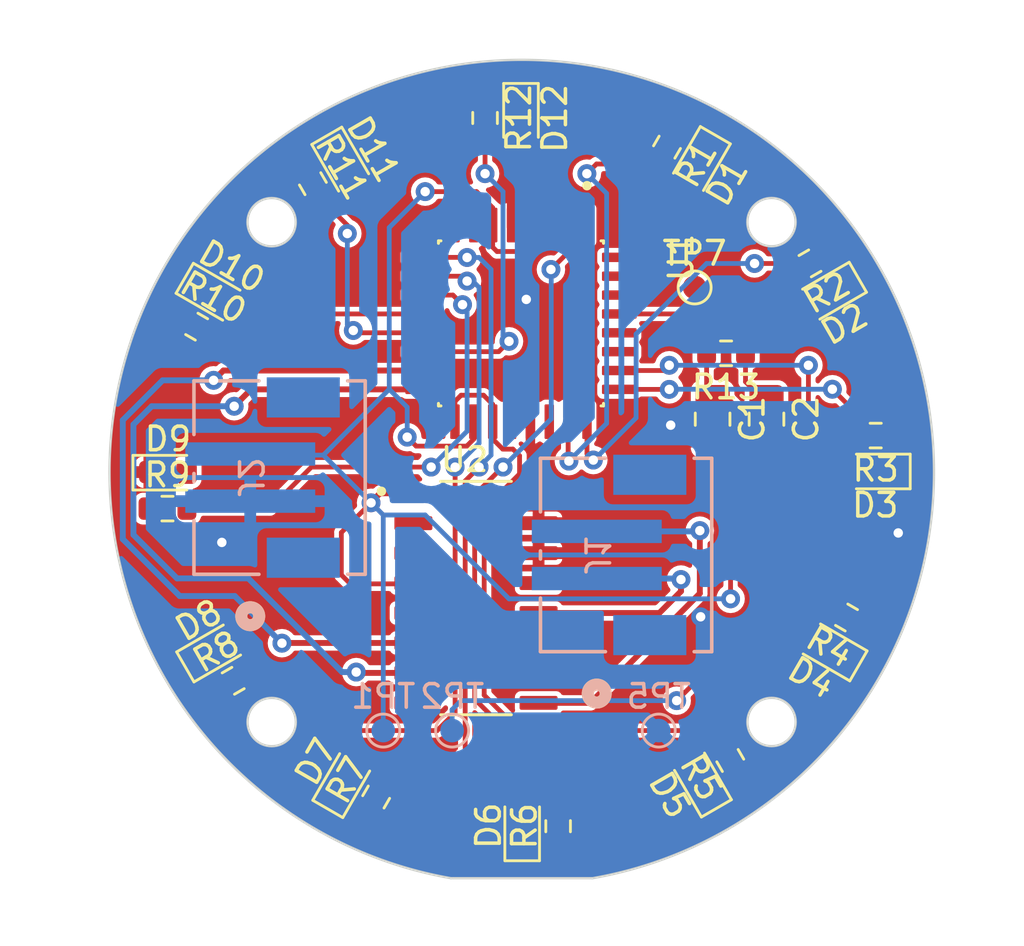
<source format=kicad_pcb>
(kicad_pcb (version 20221018) (generator pcbnew)
  (layers (0 "F.Cu" signal) (31 "B.Cu" signal) (34 "B.Paste" user) (35 "F.Paste" user) (36 "B.SilkS" user "B.Silkscreen") (37 "F.SilkS" user "F.Silkscreen") (38 "B.Mask" user) (39 "F.Mask" user) (44 "Edge.Cuts" user))
  (net 0 "")
  (net 1 "VCC")
  (net 2 "GND")
  (net 3 "/RST")
  (net 4 "/D-")
  (net 5 "Net-(D1-A)")
  (net 6 "Net-(D2-A)")
  (net 7 "Net-(D3-A)")
  (net 8 "Net-(D4-A)")
  (net 9 "Net-(D5-A)")
  (net 10 "Net-(D6-A)")
  (net 11 "Net-(D7-A)")
  (net 12 "Net-(D8-A)")
  (net 13 "Net-(D9-A)")
  (net 14 "Net-(D10-A)")
  (net 15 "Net-(D11-A)")
  (net 16 "Net-(D12-A)")
  (net 17 "/A0")
  (net 18 "/A1")
  (net 19 "/A2")
  (net 20 "/A3")
  (net 21 "/D13")
  (net 22 "/D4")
  (net 23 "/D5")
  (net 24 "/D6")
  (net 25 "/D7")
  (net 26 "/D8")
  (net 27 "/D9")
  (net 28 "/D10")
  (net 29 "/SDA")
  (net 30 "/SCL")
  (net 31 "/D2")
  (net 32 "/D3")
  (net 35 "/D11")
  (net 36 "/D12")
  (net 38 "/A7")
  (net 39 "/TXD")
  (net 40 "/RXD")
  (net 41 "Net-(U2A-OUTA2)")
  (net 42 "Net-(U2A-OUTB2)")
  (footprint "Resistor_SMD:R_0603_1608Metric" (layer "F.Cu") (at 142.4388 90.712 90)
    (fp_text reference "R6" (at 0 -1.43 90) (layer "F.SilkS"))
    (fp_text value "R")
    (pad "1" smd roundrect (at -0.825 0 90) (size 0.8 0.95) (layers "F.Cu" "F.Paste" "F.Mask") (net 10 "Net-(D6-A)"))
    (pad "2" smd roundrect (at 0.825 0 90) (size 0.8 0.95) (layers "F.Cu" "F.Paste" "F.Mask") (net 22 "/D4"))
  )
  (footprint "LED_SMD:LED_0603_1608Metric" (layer "F.Cu") (at 148.411397 88.669681 120)
    (fp_text reference "D5" (at 0 -1.43 120) (layer "F.SilkS"))
    (fp_text value "LED")
    (pad "1" smd roundrect (at -0.7875 -0.0254 120) (size 0.875 0.95) (layers "F.Cu" "F.Paste" "F.Mask") (net 2 "GND"))
    (pad "2" smd roundrect (at 0.7875 0 120) (size 0.875 0.95) (layers "F.Cu" "F.Paste" "F.Mask") (net 9 "Net-(D5-A)"))
  )
  (footprint "LED_SMD:LED_0603_1608Metric" (layer "F.Cu") (at 148.367403 62.688919 -120)
    (fp_text reference "D1" (at 0 -1.43 60) (layer "F.SilkS"))
    (fp_text value "LED")
    (pad "1" smd roundrect (at -0.7875 -0.0254 240) (size 0.875 0.95) (layers "F.Cu" "F.Paste" "F.Mask") (net 2 "GND"))
    (pad "2" smd roundrect (at 0.7875 0 240) (size 0.875 0.95) (layers "F.Cu" "F.Paste" "F.Mask") (net 5 "Net-(D1-A)"))
  )
  (footprint "Resistor_SMD:R_0603_1608Metric" (layer "F.Cu") (at 149.741219 87.925002 120)
    (fp_text reference "R5" (at 0 -1.43 120) (layer "F.SilkS"))
    (fp_text value "R")
    (pad "1" smd roundrect (at -0.825 0 120) (size 0.8 0.95) (layers "F.Cu" "F.Paste" "F.Mask") (net 9 "Net-(D5-A)"))
    (pad "2" smd roundrect (at 0.825 0 120) (size 0.8 0.95) (layers "F.Cu" "F.Paste" "F.Mask") (net 21 "/D13"))
  )
  (footprint "Resistor_SMD:R_0603_1608Metric" (layer "F.Cu") (at 147.057581 61.909598 -120)
    (fp_text reference "R1" (at 0 -1.43 60) (layer "F.SilkS"))
    (fp_text value "R")
    (pad "1" smd roundrect (at -0.825 0 240) (size 0.8 0.95) (layers "F.Cu" "F.Paste" "F.Mask") (net 5 "Net-(D1-A)"))
    (pad "2" smd roundrect (at 0.825 0 240) (size 0.8 0.95) (layers "F.Cu" "F.Paste" "F.Mask") (net 17 "/A0"))
  )
  (footprint "Resistor_SMD:R_0603_1608Metric" (layer "F.Cu") (at 149.563 70.654 180)
    (fp_text reference "R13" (at 0 -1.43) (layer "F.SilkS"))
    (fp_text value "10K")
    (pad "1" smd roundrect (at -0.825 0 180) (size 0.8 0.95) (layers "F.Cu" "F.Paste" "F.Mask") (net 3 "/RST"))
    (pad "2" smd roundrect (at 0.825 0 180) (size 0.8 0.95) (layers "F.Cu" "F.Paste" "F.Mask") (net 1 "VCC"))
  )
  (footprint "Resistor_SMD:R_0603_1608Metric" (layer "F.Cu") (at 155.9094 74.1426 180)
    (fp_text reference "R3" (at 0 -1.43) (layer "F.SilkS"))
    (fp_text value "R")
    (pad "1" smd roundrect (at -0.825 0 180) (size 0.8 0.95) (layers "F.Cu" "F.Paste" "F.Mask") (net 7 "Net-(D3-A)"))
    (pad "2" smd roundrect (at 0.825 0 180) (size 0.8 0.95) (layers "F.Cu" "F.Paste" "F.Mask") (net 19 "/A2"))
  )
  (footprint "Capacitor_SMD:C_0805_2012Metric" (layer "F.Cu") (at 151.278 73.448 -90)
    (fp_text reference "C2" (at 0 -1.68 90) (layer "F.SilkS"))
    (fp_text value "0.1uF")
    (pad "1" smd roundrect (at -0.95 0 270) (size 1 1.45) (layers "F.Cu" "F.Paste" "F.Mask") (net 3 "/RST"))
    (pad "2" smd roundrect (at 0.95 0 270) (size 1 1.45) (layers "F.Cu" "F.Paste" "F.Mask") (net 4 "/D-"))
  )
  (footprint "Resistor_SMD:R_0603_1608Metric" (layer "F.Cu") (at 132.037581 63.458998 -60)
    (fp_text reference "R11" (at 0 -1.43 120) (layer "F.SilkS"))
    (fp_text value "R")
    (pad "1" smd roundrect (at -0.825 0 300) (size 0.8 0.95) (layers "F.Cu" "F.Paste" "F.Mask") (net 15 "Net-(D11-A)"))
    (pad "2" smd roundrect (at 0.825 0 300) (size 0.8 0.95) (layers "F.Cu" "F.Paste" "F.Mask") (net 27 "/D9"))
  )
  (footprint "Resistor_SMD:R_0603_1608Metric" (layer "F.Cu") (at 134.721219 89.474402 60)
    (fp_text reference "R7" (at 0 -1.43 60) (layer "F.SilkS"))
    (fp_text value "R")
    (pad "1" smd roundrect (at -0.825 0 60) (size 0.8 0.95) (layers "F.Cu" "F.Paste" "F.Mask") (net 11 "Net-(D7-A)"))
    (pad "2" smd roundrect (at 0.825 0 60) (size 0.8 0.95) (layers "F.Cu" "F.Paste" "F.Mask") (net 23 "/D5"))
  )
  (footprint "Resistor_SMD:R_0603_1608Metric" (layer "F.Cu") (at 153.122402 66.840181 -150)
    (fp_text reference "R2" (at 0 -1.43 30) (layer "F.SilkS"))
    (fp_text value "R")
    (pad "1" smd roundrect (at -0.825 0 210) (size 0.8 0.95) (layers "F.Cu" "F.Paste" "F.Mask") (net 6 "Net-(D2-A)"))
    (pad "2" smd roundrect (at 0.825 0 210) (size 0.8 0.95) (layers "F.Cu" "F.Paste" "F.Mask") (net 18 "/A1"))
  )
  (footprint "TestPoint:TestPoint_Pad_D1.0mm" (layer "F.Cu") (at 148.23 67.86)
    (fp_text reference "TP7" (at 0 -1.448) (layer "F.SilkS"))
    (fp_text value "TestPoint")
    (pad "1" smd circle (at 0 0) (size 1 1) (layers "F.Cu" "F.Mask") (net 3 "/RST"))
  )
  (footprint "esp_lib:MX1508" (layer "F.Cu") (at 138.955 81.035)
    (fp_text reference "U2" (at -0.485 -5.872) (layer "F.SilkS"))
    (fp_text value "MX1508")
    (pad "1" smd roundrect (at -2.655 -4.445) (size 1.61 0.59) (layers "F.Cu" "F.Paste" "F.Mask") (roundrect_rratio 0.125) (net 1 "VCC"))
    (pad "2" smd roundrect (at -2.655 -3.175) (size 1.61 0.59) (layers "F.Cu" "F.Paste" "F.Mask") (roundrect_rratio 0.125))
    (pad "3" smd roundrect (at -2.655 -1.905) (size 1.61 0.59) (layers "F.Cu" "F.Paste" "F.Mask") (roundrect_rratio 0.125))
    (pad "4" smd roundrect (at -2.655 -0.635) (size 1.61 0.59) (layers "F.Cu" "F.Paste" "F.Mask") (roundrect_rratio 0.125) (net 1 "VCC"))
    (pad "5" smd roundrect (at -2.655 0.635) (size 1.61 0.59) (layers "F.Cu" "F.Paste" "F.Mask") (roundrect_rratio 0.125) (net 1 "VCC"))
    (pad "6" smd roundrect (at -2.655 1.905) (size 1.61 0.59) (layers "F.Cu" "F.Paste" "F.Mask") (roundrect_rratio 0.125) (net 35 "/D11"))
    (pad "7" smd roundrect (at -2.655 3.175) (size 1.61 0.59) (layers "F.Cu" "F.Paste" "F.Mask") (roundrect_rratio 0.125) (net 36 "/D12"))
    (pad "8" smd roundrect (at -2.655 4.445) (size 1.61 0.59) (layers "F.Cu" "F.Paste" "F.Mask") (roundrect_rratio 0.125) (net 1 "VCC"))
    (pad "9" smd roundrect (at 2.655 4.445) (size 1.61 0.59) (layers "F.Cu" "F.Paste" "F.Mask") (roundrect_rratio 0.125) (net 42 "Net-(U2A-OUTB2)"))
    (pad "10" smd roundrect (at 2.655 3.175) (size 1.61 0.59) (layers "F.Cu" "F.Paste" "F.Mask") (roundrect_rratio 0.125) (net 2 "GND"))
    (pad "11" smd roundrect (at 2.655 1.905) (size 1.61 0.59) (layers "F.Cu" "F.Paste" "F.Mask") (roundrect_rratio 0.125) (net 2 "GND"))
    (pad "12" smd roundrect (at 2.655 0.635) (size 1.61 0.59) (layers "F.Cu" "F.Paste" "F.Mask") (roundrect_rratio 0.125) (net 41 "Net-(U2A-OUTA2)"))
    (pad "13" smd roundrect (at 2.655 -0.635) (size 1.61 0.59) (layers "F.Cu" "F.Paste" "F.Mask") (roundrect_rratio 0.125))
    (pad "14" smd roundrect (at 2.655 -1.905) (size 1.61 0.59) (layers "F.Cu" "F.Paste" "F.Mask") (roundrect_rratio 0.125) (net 2 "GND"))
    (pad "15" smd roundrect (at 2.655 -3.175) (size 1.61 0.59) (layers "F.Cu" "F.Paste" "F.Mask") (roundrect_rratio 0.125) (net 2 "GND"))
    (pad "16" smd roundrect (at 2.655 -4.445) (size 1.61 0.59) (layers "F.Cu" "F.Paste" "F.Mask") (roundrect_rratio 0.125))
  )
  (footprint "Capacitor_SMD:C_0805_2012Metric" (layer "F.Cu") (at 148.992 73.448 -90)
    (fp_text reference "C1" (at 0 -1.68 90) (layer "F.SilkS"))
    (fp_text value "1uF")
    (pad "1" smd roundrect (at -0.95 0 270) (size 1 1.45) (layers "F.Cu" "F.Paste" "F.Mask") (net 1 "VCC"))
    (pad "2" smd roundrect (at 0.95 0 270) (size 1 1.45) (layers "F.Cu" "F.Paste" "F.Mask") (net 2 "GND"))
  )
  (footprint "Resistor_SMD:R_0603_1608Metric" (layer "F.Cu") (at 139.34 60.672 -90)
    (fp_text reference "R12" (at 0 -1.43 90) (layer "F.SilkS"))
    (fp_text value "R")
    (pad "1" smd roundrect (at -0.825 0 270) (size 0.8 0.95) (layers "F.Cu" "F.Paste" "F.Mask") (net 16 "Net-(D12-A)"))
    (pad "2" smd roundrect (at 0.825 0 270) (size 0.8 0.95) (layers "F.Cu" "F.Paste" "F.Mask") (net 28 "/D10"))
  )
  (footprint "LED_SMD:LED_0603_1608Metric" (layer "F.Cu") (at 127.886319 68.213997 -30)
    (fp_text reference "D10" (at 0 -1.43 150) (layer "F.SilkS"))
    (fp_text value "LED")
    (pad "1" smd roundrect (at -0.7875 -0.0254 330) (size 0.875 0.95) (layers "F.Cu" "F.Paste" "F.Mask") (net 2 "GND"))
    (pad "2" smd roundrect (at 0.7875 0 330) (size 0.875 0.95) (layers "F.Cu" "F.Paste" "F.Mask") (net 14 "Net-(D10-A)"))
  )
  (footprint "LED_SMD:LED_0603_1608Metric" (layer "F.Cu") (at 125.8894 75.7174)
    (fp_text reference "D9" (at 0 -1.43) (layer "F.SilkS"))
    (fp_text value "LED")
    (pad "1" smd roundrect (at -0.7875 -0.0254) (size 0.875 0.95) (layers "F.Cu" "F.Paste" "F.Mask") (net 2 "GND"))
    (pad "2" smd roundrect (at 0.7875 0) (size 0.875 0.95) (layers "F.Cu" "F.Paste" "F.Mask") (net 13 "Net-(D9-A)"))
  )
  (footprint "Resistor_SMD:R_0603_1608Metric" (layer "F.Cu") (at 127.106998 69.523819 -30)
    (fp_text reference "R10" (at 0 -1.43 150) (layer "F.SilkS"))
    (fp_text value "R")
    (pad "1" smd roundrect (at -0.825 0 330) (size 0.8 0.95) (layers "F.Cu" "F.Paste" "F.Mask") (net 14 "Net-(D10-A)"))
    (pad "2" smd roundrect (at 0.825 0 330) (size 0.8 0.95) (layers "F.Cu" "F.Paste" "F.Mask") (net 26 "/D8"))
  )
  (footprint "LED_SMD:LED_0603_1608Metric" (layer "F.Cu") (at 133.411397 88.695081 60)
    (fp_text reference "D7" (at 0 -1.43 60) (layer "F.SilkS"))
    (fp_text value "LED")
    (pad "1" smd roundrect (at -0.7875 -0.0254 60) (size 0.875 0.95) (layers "F.Cu" "F.Paste" "F.Mask") (net 2 "GND"))
    (pad "2" smd roundrect (at 0.7875 0 60) (size 0.875 0.95) (layers "F.Cu" "F.Paste" "F.Mask") (net 11 "Net-(D7-A)"))
  )
  (footprint "LED_SMD:LED_0603_1608Metric" (layer "F.Cu") (at 153.892481 83.170003 150)
    (fp_text reference "D4" (at 0 -1.43 150) (layer "F.SilkS"))
    (fp_text value "LED")
    (pad "1" smd roundrect (at -0.7875 -0.0254 150) (size 0.875 0.95) (layers "F.Cu" "F.Paste" "F.Mask") (net 2 "GND"))
    (pad "2" smd roundrect (at 0.7875 0 150) (size 0.875 0.95) (layers "F.Cu" "F.Paste" "F.Mask") (net 8 "Net-(D4-A)"))
  )
  (footprint "LED_SMD:LED_0603_1608Metric" (layer "F.Cu") (at 140.9148 90.692 90)
    (fp_text reference "D6" (at 0 -1.43 90) (layer "F.SilkS"))
    (fp_text value "LED")
    (pad "1" smd roundrect (at -0.7875 -0.0254 90) (size 0.875 0.95) (layers "F.Cu" "F.Paste" "F.Mask") (net 2 "GND"))
    (pad "2" smd roundrect (at 0.7875 0 90) (size 0.875 0.95) (layers "F.Cu" "F.Paste" "F.Mask") (net 10 "Net-(D6-A)"))
  )
  (footprint "Resistor_SMD:R_0603_1608Metric" (layer "F.Cu") (at 154.671802 81.860181 150)
    (fp_text reference "R4" (at 0 -1.43 150) (layer "F.SilkS"))
    (fp_text value "R")
    (pad "1" smd roundrect (at -0.825 0 150) (size 0.8 0.95) (layers "F.Cu" "F.Paste" "F.Mask") (net 8 "Net-(D4-A)"))
    (pad "2" smd roundrect (at 0.825 0 150) (size 0.8 0.95) (layers "F.Cu" "F.Paste" "F.Mask") (net 20 "/A3"))
  )
  (footprint "LED_SMD:LED_0603_1608Metric" (layer "F.Cu") (at 133.367403 62.714319 -60)
    (fp_text reference "D11" (at 0 -1.43 120) (layer "F.SilkS"))
    (fp_text value "LED")
    (pad "1" smd roundrect (at -0.7875 -0.0254 300) (size 0.875 0.95) (layers "F.Cu" "F.Paste" "F.Mask") (net 2 "GND"))
    (pad "2" smd roundrect (at 0.7875 0 300) (size 0.875 0.95) (layers "F.Cu" "F.Paste" "F.Mask") (net 15 "Net-(D11-A)"))
  )
  (footprint "Resistor_SMD:R_0603_1608Metric" (layer "F.Cu") (at 125.8694 77.2414)
    (fp_text reference "R9" (at 0 -1.43) (layer "F.SilkS"))
    (fp_text value "R")
    (pad "1" smd roundrect (at -0.825 0) (size 0.8 0.95) (layers "F.Cu" "F.Paste" "F.Mask") (net 13 "Net-(D9-A)"))
    (pad "2" smd roundrect (at 0.825 0) (size 0.8 0.95) (layers "F.Cu" "F.Paste" "F.Mask") (net 25 "/D7"))
  )
  (footprint "LED_SMD:LED_0603_1608Metric" (layer "F.Cu") (at 140.864 60.692 -90)
    (fp_text reference "D12" (at 0 -1.43 90) (layer "F.SilkS"))
    (fp_text value "LED")
    (pad "1" smd roundrect (at -0.7875 -0.0254 270) (size 0.875 0.95) (layers "F.Cu" "F.Paste" "F.Mask") (net 2 "GND"))
    (pad "2" smd roundrect (at 0.7875 0 270) (size 0.875 0.95) (layers "F.Cu" "F.Paste" "F.Mask") (net 16 "Net-(D12-A)"))
  )
  (footprint "Resistor_SMD:R_0603_1608Metric" (layer "F.Cu") (at 128.656398 84.543819 30)
    (fp_text reference "R8" (at 0 -1.43 30) (layer "F.SilkS"))
    (fp_text value "R")
    (pad "1" smd roundrect (at -0.825 0 30) (size 0.8 0.95) (layers "F.Cu" "F.Paste" "F.Mask") (net 12 "Net-(D8-A)"))
    (pad "2" smd roundrect (at 0.825 0 30) (size 0.8 0.95) (layers "F.Cu" "F.Paste" "F.Mask") (net 24 "/D6"))
  )
  (footprint "LED_SMD:LED_0603_1608Metric" (layer "F.Cu") (at 155.8894 75.6666 180)
    (fp_text reference "D3" (at 0 -1.43) (layer "F.SilkS"))
    (fp_text value "LED")
    (pad "1" smd roundrect (at -0.7875 -0.0254 180) (size 0.875 0.95) (layers "F.Cu" "F.Paste" "F.Mask") (net 2 "GND"))
    (pad "2" smd roundrect (at 0.7875 0 180) (size 0.875 0.95) (layers "F.Cu" "F.Paste" "F.Mask") (net 7 "Net-(D3-A)"))
  )
  (footprint "LED_SMD:LED_0603_1608Metric" (layer "F.Cu") (at 153.867081 68.170003 -150)
    (fp_text reference "D2" (at 0 -1.43 30) (layer "F.SilkS"))
    (fp_text value "LED")
    (pad "1" smd roundrect (at -0.7875 -0.0254 210) (size 0.875 0.95) (layers "F.Cu" "F.Paste" "F.Mask") (net 2 "GND"))
    (pad "2" smd roundrect (at 0.7875 0 210) (size 0.875 0.95) (layers "F.Cu" "F.Paste" "F.Mask") (net 6 "Net-(D2-A)"))
  )
  (footprint "LED_SMD:LED_0603_1608Metric" (layer "F.Cu") (at 127.911719 83.213997 30)
    (fp_text reference "D8" (at 0 -1.43 30) (layer "F.SilkS"))
    (fp_text value "LED")
    (pad "1" smd roundrect (at -0.7875 -0.0254 30) (size 0.875 0.95) (layers "F.Cu" "F.Paste" "F.Mask") (net 2 "GND"))
    (pad "2" smd roundrect (at 0.7875 0 30) (size 0.875 0.95) (layers "F.Cu" "F.Paste" "F.Mask") (net 12 "Net-(D8-A)"))
  )
  (footprint "IO_watch_cat_ball:atmega328P_shinked" (layer "F.Cu") (at 140.864 69.384 -90)
    (fp_text reference "U1" (at -2.795 -6.79 -90) (layer "F.SilkS"))
    (fp_text value "ATMEGA328P-AU")
    (pad "1" smd roundrect (at -4.17 -2.8 270) (size 1.47 0.4) (layers "F.Cu" "F.Paste" "F.Mask") (roundrect_rratio 0.125) (net 32 "/D3"))
    (pad "2" smd roundrect (at -4.17 -2 270) (size 1.47 0.4) (layers "F.Cu" "F.Paste" "F.Mask") (roundrect_rratio 0.125) (net 22 "/D4"))
    (pad "3" smd roundrect (at -4.17 -1.2 270) (size 1.47 0.4) (layers "F.Cu" "F.Paste" "F.Mask") (roundrect_rratio 0.125) (net 2 "GND"))
    (pad "4" smd roundrect (at -4.17 -0.4 270) (size 1.47 0.4) (layers "F.Cu" "F.Paste" "F.Mask") (roundrect_rratio 0.125) (net 1 "VCC"))
    (pad "5" smd roundrect (at -4.17 0.4 270) (size 1.47 0.4) (layers "F.Cu" "F.Paste" "F.Mask") (roundrect_rratio 0.125) (net 2 "GND"))
    (pad "6" smd roundrect (at -4.17 1.2 270) (size 1.47 0.4) (layers "F.Cu" "F.Paste" "F.Mask") (roundrect_rratio 0.125) (net 1 "VCC"))
    (pad "7" smd roundrect (at -4.17 2 270) (size 1.47 0.4) (layers "F.Cu" "F.Paste" "F.Mask") (roundrect_rratio 0.125))
    (pad "8" smd roundrect (at -4.17 2.8 270) (size 1.47 0.4) (layers "F.Cu" "F.Paste" "F.Mask") (roundrect_rratio 0.125))
    (pad "9" smd roundrect (at -2.8 4.17 270) (size 0.4 1.47) (layers "F.Cu" "F.Paste" "F.Mask") (roundrect_rratio 0.125) (net 23 "/D5"))
    (pad "10" smd roundrect (at -2 4.17 270) (size 0.4 1.47) (layers "F.Cu" "F.Paste" "F.Mask") (roundrect_rratio 0.125) (net 24 "/D6"))
    (pad "11" smd roundrect (at -1.2 4.17 270) (size 0.4 1.47) (layers "F.Cu" "F.Paste" "F.Mask") (roundrect_rratio 0.125) (net 25 "/D7"))
    (pad "12" smd roundrect (at -0.4 4.17 270) (size 0.4 1.47) (layers "F.Cu" "F.Paste" "F.Mask") (roundrect_rratio 0.125) (net 26 "/D8"))
    (pad "13" smd roundrect (at 0.4 4.17 270) (size 0.4 1.47) (layers "F.Cu" "F.Paste" "F.Mask") (roundrect_rratio 0.125) (net 27 "/D9"))
    (pad "14" smd roundrect (at 1.2 4.17 270) (size 0.4 1.47) (layers "F.Cu" "F.Paste" "F.Mask") (roundrect_rratio 0.125) (net 28 "/D10"))
    (pad "15" smd roundrect (at 2 4.17 270) (size 0.4 1.47) (layers "F.Cu" "F.Paste" "F.Mask") (roundrect_rratio 0.125) (net 35 "/D11"))
    (pad "16" smd roundrect (at 2.8 4.17 270) (size 0.4 1.47) (layers "F.Cu" "F.Paste" "F.Mask") (roundrect_rratio 0.125) (net 36 "/D12"))
    (pad "17" smd roundrect (at 4.17 2.8 270) (size 1.47 0.4) (layers "F.Cu" "F.Paste" "F.Mask") (roundrect_rratio 0.125) (net 21 "/D13"))
    (pad "18" smd roundrect (at 4.17 2 270) (size 1.47 0.4) (layers "F.Cu" "F.Paste" "F.Mask") (roundrect_rratio 0.125) (net 1 "VCC"))
    (pad "19" smd roundrect (at 4.17 1.2 270) (size 1.47 0.4) (layers "F.Cu" "F.Paste" "F.Mask") (roundrect_rratio 0.125) (net 21 "/D13"))
    (pad "20" smd roundrect (at 4.17 0.4 270) (size 1.47 0.4) (layers "F.Cu" "F.Paste" "F.Mask") (roundrect_rratio 0.125))
    (pad "21" smd roundrect (at 4.17 -0.4 270) (size 1.47 0.4) (layers "F.Cu" "F.Paste" "F.Mask") (roundrect_rratio 0.125) (net 2 "GND"))
    (pad "22" smd roundrect (at 4.17 -1.2 270) (size 1.47 0.4) (layers "F.Cu" "F.Paste" "F.Mask") (roundrect_rratio 0.125) (net 38 "/A7"))
    (pad "23" smd roundrect (at 4.17 -2 270) (size 1.47 0.4) (layers "F.Cu" "F.Paste" "F.Mask") (roundrect_rratio 0.125) (net 17 "/A0"))
    (pad "24" smd roundrect (at 4.17 -2.8 270) (size 1.47 0.4) (layers "F.Cu" "F.Paste" "F.Mask") (roundrect_rratio 0.125) (net 18 "/A1"))
    (pad "25" smd roundrect (at 2.8 -4.17 270) (size 0.4 1.47) (layers "F.Cu" "F.Paste" "F.Mask") (roundrect_rratio 0.125) (net 19 "/A2"))
    (pad "26" smd roundrect (at 2 -4.17 270) (size 0.4 1.47) (layers "F.Cu" "F.Paste" "F.Mask") (roundrect_rratio 0.125) (net 20 "/A3"))
    (pad "27" smd roundrect (at 1.2 -4.17 270) (size 0.4 1.47) (layers "F.Cu" "F.Paste" "F.Mask") (roundrect_rratio 0.125) (net 29 "/SDA"))
    (pad "28" smd roundrect (at 0.4 -4.17 270) (size 0.4 1.47) (layers "F.Cu" "F.Paste" "F.Mask") (roundrect_rratio 0.125) (net 30 "/SCL"))
    (pad "29" smd roundrect (at -0.4 -4.17 270) (size 0.4 1.47) (layers "F.Cu" "F.Paste" "F.Mask") (roundrect_rratio 0.125) (net 3 "/RST"))
    (pad "30" smd roundrect (at -1.2 -4.17 270) (size 0.4 1.47) (layers "F.Cu" "F.Paste" "F.Mask") (roundrect_rratio 0.125) (net 40 "/RXD"))
    (pad "31" smd roundrect (at -2 -4.17 270) (size 0.4 1.47) (layers "F.Cu" "F.Paste" "F.Mask") (roundrect_rratio 0.125) (net 39 "/TXD"))
    (pad "32" smd roundrect (at -2.8 -4.17 270) (size 0.4 1.47) (layers "F.Cu" "F.Paste" "F.Mask") (roundrect_rratio 0.125) (net 31 "/D2"))
  )
  (footprint "esp_lib:B2B-PH-SM4-TBLFSN_JST" (layer "B.Cu") (at 145.32275 79.207249 90)
    (fp_text reference "J1" (at 0 -1.244801 270 unlocked) (layer "B.SilkS") (effects (justify mirror)))
    (fp_text value "B2B-PH-SM4-TBLFSN")
    (pad "1" smd rect (at -1.000001 -1.244801 90) (size 0.9906 5.5118) (layers "B.Cu" "B.Paste" "B.Mask") (net 41 "Net-(U2A-OUTA2)"))
    (pad "2" smd rect (at 1.000001 -1.244801 90) (size 0.9906 5.5118) (layers "B.Cu" "B.Paste" "B.Mask") (net 42 "Net-(U2A-OUTB2)"))
    (pad "3" smd rect (at -3.399998 1.0052) (size 3.0988 1.7018) (layers "B.Cu" "B.Paste" "B.Mask"))
    (pad "4" smd rect (at 3.399998 1.0052) (size 3.0988 1.7018) (layers "B.Cu" "B.Paste" "B.Mask"))
  )
  (footprint "esp_lib:B2B-PH-SM4-TBLFSN_JST" (layer "B.Cu") (at 130.625 75.925 90)
    (fp_text reference "J2" (at 0 -1.244801 270 unlocked) (layer "B.SilkS") (effects (justify mirror)))
    (fp_text value "B2B-PH-SM4-TBLFSN")
    (pad "1" smd rect (at -1.000001 -1.244801 90) (size 0.9906 5.5118) (layers "B.Cu" "B.Paste" "B.Mask") (net 2 "GND"))
    (pad "2" smd rect (at 1.000001 -1.244801 90) (size 0.9906 5.5118) (layers "B.Cu" "B.Paste" "B.Mask") (net 1 "VCC"))
    (pad "3" smd rect (at -3.399998 1.0052) (size 3.0988 1.7018) (layers "B.Cu" "B.Paste" "B.Mask"))
    (pad "4" smd rect (at 3.399998 1.0052) (size 3.0988 1.7018) (layers "B.Cu" "B.Paste" "B.Mask"))
  )
  (footprint "TestPoint:TestPoint_Pad_D1.0mm" (layer "B.Cu") (at 146.706 86.656 180)
    (fp_text reference "TP5" (at 0 1.448) (layer "B.SilkS") (effects (justify mirror)))
    (fp_text value "TestPoint")
    (pad "1" smd circle (at 0 0 180) (size 1 1) (layers "B.Cu" "B.Mask") (net 2 "GND"))
  )
  (footprint "TestPoint:TestPoint_Pad_D1.0mm" (layer "B.Cu") (at 137.943 86.656 180)
    (fp_text reference "TP2" (at 0 1.448) (layer "B.SilkS") (effects (justify mirror)))
    (fp_text value "TestPoint")
    (pad "1" smd circle (at 0 0 180) (size 1 1) (layers "B.Cu" "B.Mask") (net 4 "/D-"))
  )
  (footprint "TestPoint:TestPoint_Pad_D1.0mm" (layer "B.Cu") (at 135.022 86.656 180)
    (fp_text reference "TP1" (at 0 1.448) (layer "B.SilkS") (effects (justify mirror)))
    (fp_text value "TestPoint")
    (pad "1" smd circle (at 0 0 180) (size 1 1) (layers "B.Cu" "B.Mask") (net 1 "VCC"))
  )
  (gr_circle (center 151.492 86.292) (end 152.322 85.692) (stroke (width 0.1)) (fill none) (layer "Edge.Cuts"))
  (gr_circle (center 130.2894 86.2946) (end 131.1194 85.6946) (stroke (width 0.1)) (fill none) (layer "Edge.Cuts"))
  (gr_circle (center 130.2868 65.092) (end 131.1168 64.492) (stroke (width 0.1)) (fill none) (layer "Edge.Cuts"))
  (gr_arc (start 137.8894 92.917) (mid 140.904484 58.2064) (end 143.889846 92.919569) (stroke (width 0.1)) (layer "Edge.Cuts"))
  (gr_line (start 137.8894 92.917) (end 143.8894 92.917) (stroke (width 0.1)) (layer "Edge.Cuts"))
  (gr_circle (center 151.4894 65.0894) (end 152.3194 64.4894) (stroke (width 0.1)) (fill none) (layer "Edge.Cuts"))
  (segment (start 137.105 81.67) (end 137.55 82.115) (width 0.25) (layer "F.Cu") (net 1))
  (segment (start 148.738 70.654) (end 148.738 72.498) (width 0.2032) (layer "F.Cu") (net 1))
  (segment (start 134.915 76.59) (end 134.9 76.575) (width 0.25) (layer "F.Cu") (net 1))
  (segment (start 139.664 64.479) (end 138.981 63.796) (width 0.2032) (layer "F.Cu") (net 1))
  (segment (start 150.579 77.004) (end 150.579 78.528) (width 0.2032) (layer "F.Cu") (net 1))
  (segment (start 149.754 81.068) (end 149.754 79.353) (width 0.2032) (layer "F.Cu") (net 1))
  (segment (start 136.3 76.59) (end 134.915 76.59) (width 0.25) (layer "F.Cu") (net 1))
  (segment (start 141.264 66.19) (end 141.118 66.336) (width 0.2032) (layer "F.Cu") (net 1))
  (segment (start 149.566 72.498) (end 150.262 73.194) (width 0.2032) (layer "F.Cu") (net 1))
  (segment (start 149.754 79.353) (end 149.8024 79.3046) (width 0.2032) (layer "F.Cu") (net 1))
  (segment (start 134.505 76.995) (end 133.244 78.256) (width 0.2032) (layer "F.Cu") (net 1))
  (segment (start 136.4186 74.5906) (end 136.038 74.21) (width 0.2032) (layer "F.Cu") (net 1))
  (segment (start 136.3 80.4) (end 136.3 81.67) (width 0.25) (layer "F.Cu") (net 1))
  (segment (start 134.9 76.575) (end 134.505 76.97) (width 0.25) (layer "F.Cu") (net 1))
  (segment (start 137.55 82.115) (end 137.55 85.2) (width 0.25) (layer "F.Cu") (net 1))
  (segment (start 150.262 73.901992) (end 150.2514 73.912592) (width 0.2032) (layer "F.Cu") (net 1))
  (segment (start 150.2514 74.883408) (end 150.262 74.894008) (width 0.2032) (layer "F.Cu") (net 1))
  (segment (start 136.165 80.433) (end 133.625 80.433) (width 0.2032) (layer "F.Cu") (net 1))
  (segment (start 139.664 66.152) (end 139.664 65.214) (width 0.2032) (layer "F.Cu") (net 1))
  (segment (start 141.118 66.336) (end 139.848 66.336) (width 0.2032) (layer "F.Cu") (net 1))
  (segment (start 137.55 85.2) (end 137.27 85.48) (width 0.25) (layer "F.Cu") (net 1))
  (segment (start 133.625 80.433) (end 133.244 80.052) (width 0.2032) (layer "F.Cu") (net 1))
  (segment (start 134.505 76.97) (end 134.505 76.995) (width 0.25) (layer "F.Cu") (net 1))
  (segment (start 139.664 65.214) (end 139.664 64.479) (width 0.2032) (layer "F.Cu") (net 1))
  (segment (start 141.264 65.214) (end 141.264 66.19) (width 0.2032) (layer "F.Cu") (net 1))
  (segment (start 139.848 66.336) (end 139.664 66.152) (width 0.2032) (layer "F.Cu") (net 1))
  (segment (start 138.864 74.289) (end 138.5624 74.5906) (width 0.2032) (layer "F.Cu") (net 1))
  (segment (start 137.27 85.48) (end 136.3 85.48) (width 0.25) (layer "F.Cu") (net 1))
  (segment (start 133.244 78.256) (end 133.244 80.052) (width 0.2032) (layer "F.Cu") (net 1))
  (segment (start 138.981 63.796) (end 136.8 63.796) (width 0.2032) (layer "F.Cu") (net 1))
  (segment (start 148.738 72.498) (end 149.566 72.498) (width 0.2032) (layer "F.Cu") (net 1))
  (segment (start 150.262 76.687) (end 150.579 77.004) (width 0.2032) (layer "F.Cu") (net 1))
  (segment (start 136.3 81.67) (end 137.105 81.67) (width 0.25) (layer "F.Cu") (net 1))
  (segment (start 138.5624 74.5906) (end 136.4186 74.5906) (width 0.2032) (layer "F.Cu") (net 1))
  (segment (start 149.8024 79.3046) (end 150.579 78.528) (width 0.2032) (layer "F.Cu") (net 1))
  (segment (start 150.262 73.194) (end 150.262 73.901992) (width 0.2032) (layer "F.Cu") (net 1))
  (segment (start 150.2514 73.912592) (end 150.2514 74.883408) (width 0.2032) (layer "F.Cu") (net 1))
  (segment (start 138.864 73.554) (end 138.864 74.289) (width 0.2032) (layer "F.Cu") (net 1))
  (segment (start 150.262 74.894008) (end 150.262 76.687) (width 0.2032) (layer "F.Cu") (net 1))
  (via (at 136.8 63.796) (size 0.8) (drill 0.4) (layers "F.Cu" "B.Cu") (net 1))
  (via (at 149.754 81.068) (size 0.8) (drill 0.4) (layers "F.Cu" "B.Cu") (net 1))
  (via (at 134.505 76.995) (size 0.8) (drill 0.4) (layers "F.Cu" "B.Cu") (net 1))
  (via (at 136.038 74.21) (size 0.8) (drill 0.4) (layers "F.Cu" "B.Cu") (net 1))
  (segment (start 136.038 74.21) (end 136.038 72.94) (width 0.2032) (layer "B.Cu") (net 1))
  (segment (start 144.35779 81.068) (end 149.754 81.068) (width 0.2032) (layer "B.Cu") (net 1))
  (segment (start 136.8 63.796) (end 135.276 65.32) (width 0.2032) (layer "B.Cu") (net 1))
  (segment (start 135.022 77.512) (end 135.022 86.656) (width 0.2032) (layer "B.Cu") (net 1))
  (segment (start 132.482 74.972) (end 126.742 74.972) (width 0.2032) (layer "B.Cu") (net 1))
  (segment (start 136.038 72.94) (end 135.276 72.178) (width 0.2032) (layer "B.Cu") (net 1))
  (segment (start 136.8 77.512) (end 135.022 77.512) (width 0.2032) (layer "B.Cu") (net 1))
  (segment (start 144.35779 81.068) (end 140.356 81.068) (width 0.2032) (layer "B.Cu") (net 1))
  (segment (start 134.505 76.995) (end 135.022 77.512) (width 0.2032) (layer "B.Cu") (net 1))
  (segment (start 140.356 81.068) (end 136.8 77.512) (width 0.2032) (layer "B.Cu") (net 1))
  (segment (start 132.482 74.972) (end 134.505 76.995) (width 0.2032) (layer "B.Cu") (net 1))
  (segment (start 135.276 72.178) (end 132.482 74.972) (width 0.2032) (layer "B.Cu") (net 1))
  (segment (start 135.276 65.32) (end 135.276 72.178) (width 0.2032) (layer "B.Cu") (net 1))
  (via (at 148.484 81.83) (size 0.8) (drill 0.4) (layers "F.Cu" "B.Cu") (net 2))
  (via (at 156.866 78.274) (size 0.8) (drill 0.4) (layers "F.Cu" "B.Cu") (net 2))
  (via (at 147.214 73.702) (size 0.8) (drill 0.4) (layers "F.Cu" "B.Cu") (net 2))
  (via (at 141.0896 68.368) (size 0.8) (drill 0.4) (layers "F.Cu" "B.Cu") (net 2))
  (via (at 128.175 78.675) (size 0.8) (drill 0.4) (layers "F.Cu" "B.Cu") (net 2))
  (segment (start 150.388 70.654) (end 150.388 71.862) (width 0.2032) (layer "F.Cu") (net 3))
  (segment (start 145.034 68.984) (end 149.862 68.984) (width 0.2032) (layer "F.Cu") (net 3))
  (segment (start 149.862 68.984) (end 150.388 69.51) (width 0.2032) (layer "F.Cu") (net 3))
  (segment (start 149.862 68.984) (end 149.862 68.73) (width 0.2032) (layer "F.Cu") (net 3))
  (segment (start 150.388 71.862) (end 151.024 72.498) (width 0.2032) (layer "F.Cu") (net 3))
  (segment (start 149.862 68.73) (end 148.992 67.86) (width 0.2032) (layer "F.Cu") (net 3))
  (segment (start 150.388 69.51) (end 150.388 70.654) (width 0.2032) (layer "F.Cu") (net 3))
  (segment (start 148.992 67.86) (end 148.23 67.86) (width 0.2032) (layer "F.Cu") (net 3))
  (segment (start 151.786 75.16) (end 151.024 74.398) (width 0.2032) (layer "F.Cu") (net 4))
  (segment (start 151.786 81.068) (end 151.786 75.16) (width 0.2032) (layer "F.Cu") (net 4))
  (segment (start 147.468 85.386) (end 151.786 81.068) (width 0.2032) (layer "F.Cu") (net 4))
  (via (at 147.468 85.386) (size 0.8) (drill 0.4) (layers "F.Cu" "B.Cu") (net 4))
  (segment (start 138.324 85.386) (end 147.468 85.386) (width 0.2032) (layer "B.Cu") (net 4))
  (segment (start 137.943 86.656) (end 137.943 85.767) (width 0.2032) (layer "B.Cu") (net 4))
  (segment (start 137.943 85.767) (end 138.324 85.386) (width 0.2032) (layer "B.Cu") (net 4))
  (segment (start 147.470081 61.195127) (end 147.817805 61.542851) (width 0.2032) (layer "F.Cu") (net 5))
  (segment (start 147.817805 61.542851) (end 147.817805 63.215066) (width 0.2032) (layer "F.Cu") (net 5))
  (segment (start 147.817805 63.215066) (end 147.973653 63.370914) (width 0.2032) (layer "F.Cu") (net 5))
  (segment (start 153.185086 67.616714) (end 153.185086 68.563753) (width 0.2032) (layer "F.Cu") (net 6))
  (segment (start 153.836873 66.964927) (end 153.185086 67.616714) (width 0.2032) (layer "F.Cu") (net 6))
  (segment (start 153.836873 66.427681) (end 153.836873 66.964927) (width 0.2032) (layer "F.Cu") (net 6))
  (segment (start 156.6259 74.1426) (end 155.1019 75.6666) (width 0.3048) (layer "F.Cu") (net 7))
  (segment (start 156.7344 74.1426) (end 156.6259 74.1426) (width 0.3048) (layer "F.Cu") (net 7))
  (segment (start 154.742984 82.272681) (end 155.386273 82.272681) (width 0.2032) (layer "F.Cu") (net 8))
  (segment (start 153.210486 82.776253) (end 154.239412 82.776253) (width 0.2032) (layer "F.Cu") (net 8))
  (segment (start 154.239412 82.776253) (end 154.742984 82.272681) (width 0.2032) (layer "F.Cu") (net 8))
  (segment (start 148.017647 87.987686) (end 148.337919 88.307958) (width 0.2032) (layer "F.Cu") (net 9))
  (segment (start 149.822204 88.307958) (end 150.153719 88.639473) (width 0.2032) (layer "F.Cu") (net 9))
  (segment (start 148.337919 88.307958) (end 149.822204 88.307958) (width 0.2032) (layer "F.Cu") (net 9))
  (segment (start 140.9148 90.013) (end 142.4388 91.537) (width 0.2032) (layer "F.Cu") (net 10))
  (segment (start 140.9148 89.9045) (end 140.9148 90.013) (width 0.2032) (layer "F.Cu") (net 10))
  (segment (start 133.805147 89.042012) (end 134.308719 89.545584) (width 0.2032) (layer "F.Cu") (net 11))
  (segment (start 134.308719 89.545584) (end 134.308719 90.188873) (width 0.2032) (layer "F.Cu") (net 11))
  (segment (start 133.805147 88.013086) (end 133.805147 89.042012) (width 0.2032) (layer "F.Cu") (net 11))
  (segment (start 128.273442 83.140519) (end 128.273442 84.624804) (width 0.2032) (layer "F.Cu") (net 12))
  (segment (start 128.593714 82.820247) (end 128.273442 83.140519) (width 0.2032) (layer "F.Cu") (net 12))
  (segment (start 128.273442 84.624804) (end 127.941927 84.956319) (width 0.2032) (layer "F.Cu") (net 12))
  (segment (start 126.6769 75.7174) (end 126.5684 75.7174) (width 0.2032) (layer "F.Cu") (net 13))
  (segment (start 126.5684 75.7174) (end 125.0444 77.2414) (width 0.2032) (layer "F.Cu") (net 13))
  (segment (start 126.740251 68.763595) (end 128.412466 68.763595) (width 0.2032) (layer "F.Cu") (net 14))
  (segment (start 128.412466 68.763595) (end 128.568314 68.607747) (width 0.2032) (layer "F.Cu") (net 14))
  (segment (start 126.392527 69.111319) (end 126.740251 68.763595) (width 0.2032) (layer "F.Cu") (net 14))
  (segment (start 131.625081 62.744527) (end 132.162327 62.744527) (width 0.2032) (layer "F.Cu") (net 15))
  (segment (start 132.162327 62.744527) (end 132.814114 63.396314) (width 0.2032) (layer "F.Cu") (net 15))
  (segment (start 132.814114 63.396314) (end 133.761153 63.396314) (width 0.2032) (layer "F.Cu") (net 15))
  (segment (start 139.34 59.847) (end 139.34 59.9555) (width 0.3048) (layer "F.Cu") (net 16))
  (segment (start 139.34 59.9555) (end 140.864 61.4795) (width 0.3048) (layer "F.Cu") (net 16))
  (segment (start 142.864 75.194) (end 142.896 75.226) (width 0.2032) (layer "F.Cu") (net 17))
  (segment (start 142.864 73.554) (end 142.864 75.194) (width 0.2032) (layer "F.Cu") (net 17))
  (segment (start 144.067931 62.624069) (end 146.645081 62.624069) (width 0.2032) (layer "F.Cu") (net 17))
  (segment (start 143.658 63.034) (end 144.067931 62.624069) (width 0.2032) (layer "F.Cu") (net 17))
  (via (at 142.896 75.226) (size 0.8) (drill 0.4) (layers "F.Cu" "B.Cu") (net 17))
  (via (at 143.658 63.034) (size 0.8) (drill 0.4) (layers "F.Cu" "B.Cu") (net 17))
  (segment (start 144.497 73.625) (end 144.497 63.873) (width 0.2032) (layer "B.Cu") (net 17))
  (segment (start 144.497 63.873) (end 143.658 63.034) (width 0.2032) (layer "B.Cu") (net 17))
  (segment (start 142.896 75.226) (end 144.497 73.625) (width 0.2032) (layer "B.Cu") (net 17))
  (segment (start 151.99925 66.844) (end 152.407931 67.252681) (width 0.2032) (layer "F.Cu") (net 18))
  (segment (start 143.664 74.913731) (end 143.664 73.554) (width 0.2032) (layer "F.Cu") (net 18))
  (segment (start 150.77 66.844) (end 151.99925 66.844) (width 0.2032) (layer "F.Cu") (net 18))
  (segment (start 143.932241 75.181972) (end 143.664 74.913731) (width 0.2032) (layer "F.Cu") (net 18))
  (via (at 143.932241 75.181972) (size 0.8) (drill 0.4) (layers "F.Cu" "B.Cu") (net 18))
  (via (at 150.77 66.844) (size 0.8) (drill 0.4) (layers "F.Cu" "B.Cu") (net 18))
  (segment (start 143.956028 75.181972) (end 145.747 73.391) (width 0.2032) (layer "B.Cu") (net 18))
  (segment (start 145.747 73.391) (end 145.747 69.835) (width 0.2032) (layer "B.Cu") (net 18))
  (segment (start 148.738 66.844) (end 150.77 66.844) (width 0.2032) (layer "B.Cu") (net 18))
  (segment (start 143.932241 75.181972) (end 143.956028 75.181972) (width 0.2032) (layer "B.Cu") (net 18))
  (segment (start 145.747 69.835) (end 148.738 66.844) (width 0.2032) (layer "B.Cu") (net 18))
  (segment (start 155.0844 73.1904) (end 155.0844 74.1426) (width 0.2032) (layer "F.Cu") (net 19))
  (segment (start 154.072 72.178) (end 155.0844 73.1904) (width 0.2032) (layer "F.Cu") (net 19))
  (segment (start 147.1536 72.184) (end 145.034 72.184) (width 0.2032) (layer "F.Cu") (net 19))
  (via (at 147.1536 72.184) (size 0.8) (drill 0.4) (layers "F.Cu" "B.Cu") (net 19))
  (via (at 154.072 72.178) (size 0.8) (drill 0.4) (layers "F.Cu" "B.Cu") (net 19))
  (segment (start 154.072 72.178) (end 147.1596 72.178) (width 0.2032) (layer "B.Cu") (net 19))
  (segment (start 147.1596 72.178) (end 147.1536 72.184) (width 0.2032) (layer "B.Cu") (net 19))
  (segment (start 153.056 71.162) (end 153.056 80.54635) (width 0.2032) (layer "F.Cu") (net 20))
  (segment (start 147.1536 71.162) (end 146.9316 71.384) (width 0.2032) (layer "F.Cu") (net 20))
  (segment (start 153.056 80.54635) (end 153.957331 81.447681) (width 0.2032) (layer "F.Cu") (net 20))
  (segment (start 146.9316 71.384) (end 145.034 71.384) (width 0.2032) (layer "F.Cu") (net 20))
  (via (at 147.1536 71.162) (size 0.8) (drill 0.4) (layers "F.Cu" "B.Cu") (net 20))
  (via (at 153.056 71.162) (size 0.8) (drill 0.4) (layers "F.Cu" "B.Cu") (net 20))
  (segment (start 147.1536 71.162) (end 153.056 71.162) (width 0.2032) (layer "B.Cu") (net 20))
  (segment (start 138.064 73.554) (end 138.064 72.692) (width 0.2032) (layer "F.Cu") (net 21))
  (segment (start 138.064 72.692) (end 138.324 72.432) (width 0.2032) (layer "F.Cu") (net 21))
  (segment (start 140.80621 86.656) (end 148.774188 86.656) (width 0.2032) (layer "F.Cu") (net 21))
  (segment (start 140.523 74.718) (end 140.8036 74.9986) (width 0.2032) (layer "F.Cu") (net 21))
  (segment (start 148.774188 86.656) (end 149.328719 87.210531) (width 0.2032) (layer "F.Cu") (net 21))
  (segment (start 139.3034 77.270813) (end 139.3034 85.15319) (width 0.2032) (layer "F.Cu") (net 21))
  (segment (start 139.664 74.289) (end 140.093 74.718) (width 0.2032) (layer "F.Cu") (net 21))
  (segment (start 140.093 74.718) (end 140.523 74.718) (width 0.2032) (layer "F.Cu") (net 21))
  (segment (start 140.8036 75.770613) (end 139.3034 77.270813) (width 0.2032) (layer "F.Cu") (net 21))
  (segment (start 139.277 72.432) (end 139.664 72.819) (width 0.2032) (layer "F.Cu") (net 21))
  (segment (start 139.664 72.819) (end 139.664 73.554) (width 0.2032) (layer "F.Cu") (net 21))
  (segment (start 139.3034 85.15319) (end 140.80621 86.656) (width 0.2032) (layer "F.Cu") (net 21))
  (segment (start 138.324 72.432) (end 139.277 72.432) (width 0.2032) (layer "F.Cu") (net 21))
  (segment (start 139.664 73.554) (end 139.664 74.289) (width 0.2032) (layer "F.Cu") (net 21))
  (segment (start 140.8036 74.9986) (end 140.8036 75.770613) (width 0.2032) (layer "F.Cu") (net 21))
  (segment (start 142.4388 88.8588) (end 142.4388 89.887) (width 0.2032) (layer "F.Cu") (net 22))
  (segment (start 142.864 65.214) (end 142.864 66.368) (width 0.2032) (layer "F.Cu") (net 22))
  (segment (start 142.864 66.368) (end 142.134 67.098) (width 0.2032) (layer "F.Cu") (net 22))
  (segment (start 138.9002 85.3202) (end 142.4388 88.8588) (width 0.2032) (layer "F.Cu") (net 22))
  (segment (start 140.084 75.48) (end 138.9002 76.6638) (width 0.2032) (layer "F.Cu") (net 22))
  (segment (start 140.102 75.48) (end 140.084 75.48) (width 0.2032) (layer "F.Cu") (net 22))
  (segment (start 138.9002 76.6638) (end 138.9002 85.3202) (width 0.2032) (layer "F.Cu") (net 22))
  (via (at 140.102 75.48) (size 0.8) (drill 0.4) (layers "F.Cu" "B.Cu") (net 22))
  (via (at 142.134 67.098) (size 0.8) (drill 0.4) (layers "F.Cu" "B.Cu") (net 22))
  (segment (start 140.102 75.48) (end 142.147 73.435) (width 0.2032) (layer "B.Cu") (net 22))
  (segment (start 142.147 73.435) (end 142.147 67.111) (width 0.2032) (layer "B.Cu") (net 22))
  (segment (start 142.147 67.111) (end 142.134 67.098) (width 0.2032) (layer "B.Cu") (net 22))
  (segment (start 136.694 66.584) (end 138.572 66.584) (width 0.2032) (layer "F.Cu") (net 23))
  (segment (start 139.086 75.48) (end 138.497 76.069) (width 0.2032) (layer "F.Cu") (net 23))
  (segment (start 138.497 76.069) (end 138.497 87.567) (width 0.2032) (layer "F.Cu") (net 23))
  (segment (start 137.304069 88.759931) (end 135.133719 88.759931) (width 0.2032) (layer "F.Cu") (net 23))
  (segment (start 138.497 87.567) (end 137.304069 88.759931) (width 0.2032) (layer "F.Cu") (net 23))
  (segment (start 138.572 66.584) (end 138.578 66.59) (width 0.2032) (layer "F.Cu") (net 23))
  (via (at 138.578 66.59) (size 0.8) (drill 0.4) (layers "F.Cu" "B.Cu") (net 23))
  (via (at 139.086 75.48) (size 0.8) (drill 0.4) (layers "F.Cu" "B.Cu") (net 23))
  (segment (start 139.594 74.972) (end 139.594 67.098) (width 0.2032) (layer "B.Cu") (net 23))
  (segment (start 139.086 66.59) (end 138.578 66.59) (width 0.2032) (layer "B.Cu") (net 23))
  (segment (start 139.086 75.48) (end 139.594 74.972) (width 0.2032) (layer "B.Cu") (net 23))
  (segment (start 139.594 67.098) (end 139.086 66.59) (width 0.2032) (layer "B.Cu") (net 23))
  (segment (start 137.308 86.656) (end 133.986 86.656) (width 0.2032) (layer "F.Cu") (net 24))
  (segment (start 138.07 75.48) (end 138.07 85.894) (width 0.2032) (layer "F.Cu") (net 24))
  (segment (start 138.07 85.894) (end 137.308 86.656) (width 0.2032) (layer "F.Cu") (net 24))
  (segment (start 133.986 86.656) (end 131.461319 84.131319) (width 0.2032) (layer "F.Cu") (net 24))
  (segment (start 138.371997 67.384) (end 136.694 67.384) (width 0.2032) (layer "F.Cu") (net 24))
  (segment (start 131.461319 84.131319) (end 129.370869 84.131319) (width 0.2032) (layer "F.Cu") (net 24))
  (segment (start 138.578 67.590003) (end 138.371997 67.384) (width 0.2032) (layer "F.Cu") (net 24))
  (via (at 138.07 75.48) (size 0.8) (drill 0.4) (layers "F.Cu" "B.Cu") (net 24))
  (via (at 138.578 67.590003) (size 0.8) (drill 0.4) (layers "F.Cu" "B.Cu") (net 24))
  (segment (start 138.816003 67.590003) (end 138.578 67.590003) (width 0.2032) (layer "B.Cu") (net 24))
  (segment (start 139.086 67.86) (end 138.816003 67.590003) (width 0.2032) (layer "B.Cu") (net 24))
  (segment (start 138.07 75.48) (end 139.086 74.464) (width 0.2032) (layer "B.Cu") (net 24))
  (segment (start 139.086 74.464) (end 139.086 67.86) (width 0.2032) (layer "B.Cu") (net 24))
  (segment (start 130.2126 77.2414) (end 126.6944 77.2414) (width 0.2032) (layer "F.Cu") (net 25))
  (segment (start 131.974 75.48) (end 130.2126 77.2414) (width 0.2032) (layer "F.Cu") (net 25))
  (segment (start 138.3844 68.590006) (end 137.978394 68.184) (width 0.2032) (layer "F.Cu") (net 25))
  (segment (start 137.054 75.48) (end 131.974 75.48) (width 0.2032) (layer "F.Cu") (net 25))
  (segment (start 137.978394 68.184) (end 136.694 68.184) (width 0.2032) (layer "F.Cu") (net 25))
  (via (at 137.054 75.48) (size 0.8) (drill 0.4) (layers "F.Cu" "B.Cu") (net 25))
  (via (at 138.3844 68.590006) (size 0.8) (drill 0.4) (layers "F.Cu" "B.Cu") (net 25))
  (segment (start 137.054 75.48) (end 138.578 73.956) (width 0.2032) (layer "B.Cu") (net 25))
  (segment (start 138.578 68.783606) (end 138.3844 68.590006) (width 0.2032) (layer "B.Cu") (net 25))
  (segment (start 138.578 73.956) (end 138.578 68.783606) (width 0.2032) (layer "B.Cu") (net 25))
  (segment (start 131.929681 69.936319) (end 127.821469 69.936319) (width 0.2032) (layer "F.Cu") (net 26))
  (segment (start 136.694 68.984) (end 132.882 68.984) (width 0.2032) (layer "F.Cu") (net 26))
  (segment (start 132.882 68.984) (end 131.929681 69.936319) (width 0.2032) (layer "F.Cu") (net 26))
  (segment (start 133.498 65.574) (end 133.498 65.221388) (width 0.2032) (layer "F.Cu") (net 27))
  (segment (start 133.8504 69.784) (end 136.694 69.784) (width 0.2032) (layer "F.Cu") (net 27))
  (segment (start 133.498 65.221388) (end 132.450081 64.173469) (width 0.2032) (layer "F.Cu") (net 27))
  (segment (start 133.752 69.6856) (end 133.8504 69.784) (width 0.2032) (layer "F.Cu") (net 27))
  (via (at 133.752 69.6856) (size 0.8) (drill 0.4) (layers "F.Cu" "B.Cu") (net 27))
  (via (at 133.498 65.574) (size 0.8) (drill 0.4) (layers "F.Cu" "B.Cu") (net 27))
  (segment (start 133.498 69.4316) (end 133.498 65.574) (width 0.2032) (layer "B.Cu") (net 27))
  (segment (start 133.752 69.6856) (end 133.498 69.4316) (width 0.2032) (layer "B.Cu") (net 27))
  (segment (start 139.34 63.034) (end 139.34 61.497) (width 0.2032) (layer "F.Cu") (net 28))
  (segment (start 139.918 70.584) (end 136.694 70.584) (width 0.2032) (layer "F.Cu") (net 28))
  (segment (start 140.356 70.146) (end 139.918 70.584) (width 0.2032) (layer "F.Cu") (net 28))
  (via (at 139.34 63.034) (size 0.8) (drill 0.4) (layers "F.Cu" "B.Cu") (net 28))
  (via (at 140.356 70.146) (size 0.8) (drill 0.4) (layers "F.Cu" "B.Cu") (net 28))
  (segment (start 140.102 63.796) (end 139.34 63.034) (width 0.2032) (layer "B.Cu") (net 28))
  (segment (start 140.102 69.892) (end 140.102 63.796) (width 0.2032) (layer "B.Cu") (net 28))
  (segment (start 140.356 70.146) (end 140.102 69.892) (width 0.2032) (layer "B.Cu") (net 28))
  (segment (start 136.694 71.384) (end 128.241 71.384) (width 0.25) (layer "F.Cu") (net 35))
  (segment (start 136.3 82.94) (end 130.735 82.94) (width 0.25) (layer "F.Cu") (net 35))
  (segment (start 128.241 71.384) (end 127.825 71.8) (width 0.25) (layer "F.Cu") (net 35))
  (segment (start 130.735 82.94) (end 130.725 82.95) (width 0.25) (layer "F.Cu") (net 35))
  (via (at 127.825 71.8) (size 0.8) (drill 0.4) (layers "F.Cu" "B.Cu") (net 35))
  (via (at 130.725 82.95) (size 0.8) (drill 0.4) (layers "F.Cu" "B.Cu") (net 35))
  (segment (start 130.725 82.95) (end 128.725 80.95) (width 0.25) (layer "B.Cu") (net 35))
  (segment (start 125.663604 71.8) (end 127.825 71.8) (width 0.25) (layer "B.Cu") (net 35))
  (segment (start 123.975 78.536396) (end 123.975 73.488604) (width 0.25) (layer "B.Cu") (net 35))
  (segment (start 128.725 80.95) (end 126.388604 80.95) (width 0.25) (layer "B.Cu") (net 35))
  (segment (start 126.388604 80.95) (end 123.975 78.536396) (width 0.25) (layer "B.Cu") (net 35))
  (segment (start 123.975 73.488604) (end 125.663604 71.8) (width 0.25) (layer "B.Cu") (net 35))
  (segment (start 136.694 72.184) (end 129.416 72.184) (width 0.25) (layer "F.Cu") (net 36))
  (segment (start 129.416 72.184) (end 128.7 72.9) (width 0.25) (layer "F.Cu") (net 36))
  (segment (start 133.91 84.21) (end 133.875 84.175) (width 0.25) (layer "F.Cu") (net 36))
  (segment (start 136.3 84.21) (end 133.91 84.21) (width 0.25) (layer "F.Cu") (net 36))
  (via (at 128.7 72.9) (size 0.8) (drill 0.4) (layers "F.Cu" "B.Cu") (net 36))
  (via (at 133.875 84.175) (size 0.8) (drill 0.4) (layers "F.Cu" "B.Cu") (net 36))
  (segment (start 124.425 78.35) (end 124.425 73.675) (width 0.25) (layer "B.Cu") (net 36))
  (segment (start 126.275 80.2) (end 124.425 78.35) (width 0.25) (layer "B.Cu") (net 36))
  (segment (start 125.2 72.9) (end 128.7 72.9) (width 0.25) (layer "B.Cu") (net 36))
  (segment (start 129.3 80.2) (end 126.275 80.2) (width 0.25) (layer "B.Cu") (net 36))
  (segment (start 133.275 84.175) (end 129.3 80.2) (width 0.25) (layer "B.Cu") (net 36))
  (segment (start 124.425 73.675) (end 125.2 72.9) (width 0.25) (layer "B.Cu") (net 36))
  (segment (start 133.875 84.175) (end 133.275 84.175) (width 0.25) (layer "B.Cu") (net 36))
  (segment (start 141.61 81.67) (end 146.73 81.67) (width 0.25) (layer "F.Cu") (net 41))
  (segment (start 146.73 81.67) (end 147.65 80.75) (width 0.25) (layer "F.Cu") (net 41))
  (segment (start 147.65 80.75) (end 147.65 80.25) (width 0.25) (layer "F.Cu") (net 41))
  (via (at 147.65 80.25) (size 0.8) (drill 0.4) (layers "F.Cu" "B.Cu") (net 41))
  (segment (start 147.60725 80.20725) (end 144.077949 80.20725) (width 0.25) (layer "B.Cu") (net 41))
  (segment (start 147.65 80.25) (end 147.60725 80.20725) (width 0.25) (layer "B.Cu") (net 41))
  (segment (start 143.808695 85.48) (end 141.61 85.48) (width 0.25) (layer "F.Cu") (net 42))
  (segment (start 148.45 78.175) (end 148.45 80.838695) (width 0.25) (layer "F.Cu") (net 42))
  (segment (start 148.45 80.838695) (end 143.808695 85.48) (width 0.25) (layer "F.Cu") (net 42))
  (via (at 148.45 78.175) (size 0.8) (drill 0.4) (layers "F.Cu" "B.Cu") (net 42))
  (segment (start 148.417752 78.207248) (end 148.45 78.175) (width 0.25) (layer "B.Cu") (net 42))
  (segment (start 144.077949 78.207248) (end 148.417752 78.207248) (width 0.25) (layer "B.Cu") (net 42))
  (zone (net 2) (net_name "GND") (layer "F.Cu") (connect_pads (clearance 0.2)) (min_thickness 0.2) (fill yes (thermal_gap 0.2) (thermal_bridge_width 0.5))
    (polygon (pts (xy 118.766 55.668) (xy 162.2 55.668) (xy 162.2 95.8) (xy 118.766 95.8)))
  )
  (zone (net 2) (net_name "GND") (layer "B.Cu") (priority 1) (connect_pads (clearance 0.4)) (min_thickness 0.2) (fill yes (thermal_gap 0.4) (thermal_bridge_width 0.5))
    (polygon (pts (xy 120.29 56.938) (xy 160.422 56.938) (xy 160.422 94.53) (xy 120.29 94.53)))
  )
)
</source>
